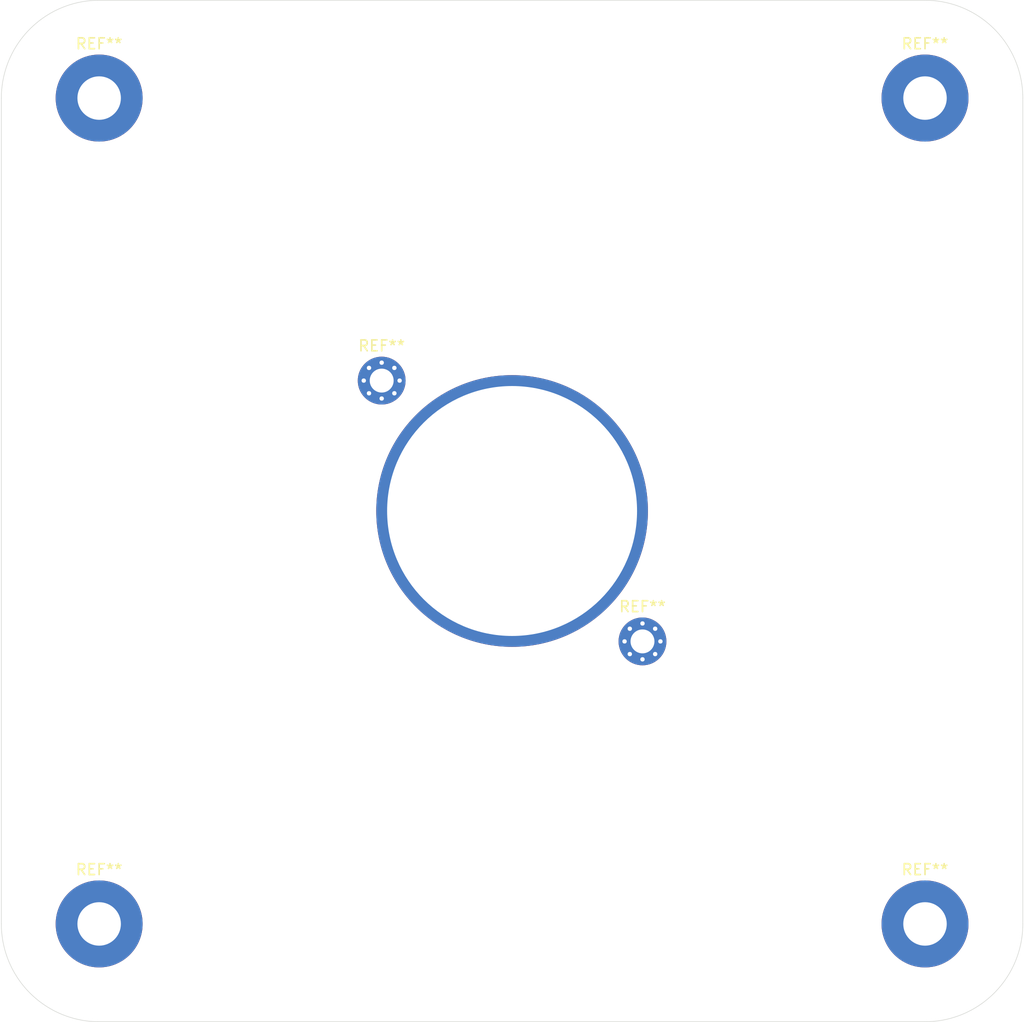
<source format=kicad_pcb>
(kicad_pcb (version 20171130) (host pcbnew 5.1.10)

  (general
    (thickness 1.6)
    (drawings 16)
    (tracks 0)
    (zones 0)
    (modules 7)
    (nets 1)
  )

  (page A4)
  (layers
    (0 F.Cu signal)
    (31 B.Cu signal)
    (32 B.Adhes user)
    (33 F.Adhes user)
    (34 B.Paste user)
    (35 F.Paste user)
    (36 B.SilkS user)
    (37 F.SilkS user)
    (38 B.Mask user)
    (39 F.Mask user)
    (40 Dwgs.User user)
    (41 Cmts.User user)
    (42 Eco1.User user)
    (43 Eco2.User user)
    (44 Edge.Cuts user)
    (45 Margin user)
    (46 B.CrtYd user)
    (47 F.CrtYd user)
    (48 B.Fab user)
    (49 F.Fab user)
  )

  (setup
    (last_trace_width 0.25)
    (trace_clearance 0.2)
    (zone_clearance 0.508)
    (zone_45_only no)
    (trace_min 0.2)
    (via_size 0.8)
    (via_drill 0.4)
    (via_min_size 0.4)
    (via_min_drill 0.3)
    (uvia_size 0.3)
    (uvia_drill 0.1)
    (uvias_allowed no)
    (uvia_min_size 0.2)
    (uvia_min_drill 0.1)
    (edge_width 0.05)
    (segment_width 0.2)
    (pcb_text_width 0.3)
    (pcb_text_size 1.5 1.5)
    (mod_edge_width 0.12)
    (mod_text_size 1 1)
    (mod_text_width 0.15)
    (pad_size 25 25)
    (pad_drill 23)
    (pad_to_mask_clearance 0)
    (aux_axis_origin 0 0)
    (visible_elements FFFFFF7F)
    (pcbplotparams
      (layerselection 0x010fc_ffffffff)
      (usegerberextensions false)
      (usegerberattributes true)
      (usegerberadvancedattributes true)
      (creategerberjobfile true)
      (excludeedgelayer true)
      (linewidth 0.100000)
      (plotframeref false)
      (viasonmask false)
      (mode 1)
      (useauxorigin false)
      (hpglpennumber 1)
      (hpglpenspeed 20)
      (hpglpendiameter 15.000000)
      (psnegative false)
      (psa4output false)
      (plotreference true)
      (plotvalue true)
      (plotinvisibletext false)
      (padsonsilk false)
      (subtractmaskfromsilk false)
      (outputformat 1)
      (mirror false)
      (drillshape 1)
      (scaleselection 1)
      (outputdirectory ""))
  )

  (net 0 "")

  (net_class Default "This is the default net class."
    (clearance 0.2)
    (trace_width 0.25)
    (via_dia 0.8)
    (via_drill 0.4)
    (uvia_dia 0.3)
    (uvia_drill 0.1)
  )

  (module MountingHole:MountingHole_2.2mm_M2_Pad_Via (layer F.Cu) (tedit 56DDB9C7) (tstamp 61679BFA)
    (at 140 104)
    (descr "Mounting Hole 2.2mm, M2")
    (tags "mounting hole 2.2mm m2")
    (attr virtual)
    (fp_text reference REF** (at 0 -3.2) (layer F.SilkS)
      (effects (font (size 1 1) (thickness 0.15)))
    )
    (fp_text value MountingHole_2.2mm_M2_Pad_Via (at 0 3.2) (layer F.Fab)
      (effects (font (size 1 1) (thickness 0.15)))
    )
    (fp_circle (center 0 0) (end 2.45 0) (layer F.CrtYd) (width 0.05))
    (fp_circle (center 0 0) (end 2.2 0) (layer Cmts.User) (width 0.15))
    (fp_text user %R (at 0.3 0) (layer F.Fab)
      (effects (font (size 1 1) (thickness 0.15)))
    )
    (pad 1 thru_hole circle (at 0 0) (size 4.4 4.4) (drill 2.2) (layers *.Cu *.Mask))
    (pad 1 thru_hole circle (at 1.65 0) (size 0.7 0.7) (drill 0.4) (layers *.Cu *.Mask))
    (pad 1 thru_hole circle (at 1.166726 1.166726) (size 0.7 0.7) (drill 0.4) (layers *.Cu *.Mask))
    (pad 1 thru_hole circle (at 0 1.65) (size 0.7 0.7) (drill 0.4) (layers *.Cu *.Mask))
    (pad 1 thru_hole circle (at -1.166726 1.166726) (size 0.7 0.7) (drill 0.4) (layers *.Cu *.Mask))
    (pad 1 thru_hole circle (at -1.65 0) (size 0.7 0.7) (drill 0.4) (layers *.Cu *.Mask))
    (pad 1 thru_hole circle (at -1.166726 -1.166726) (size 0.7 0.7) (drill 0.4) (layers *.Cu *.Mask))
    (pad 1 thru_hole circle (at 0 -1.65) (size 0.7 0.7) (drill 0.4) (layers *.Cu *.Mask))
    (pad 1 thru_hole circle (at 1.166726 -1.166726) (size 0.7 0.7) (drill 0.4) (layers *.Cu *.Mask))
  )

  (module MountingHole:MountingHole_2.2mm_M2_Pad_Via (layer F.Cu) (tedit 56DDB9C7) (tstamp 61679BF8)
    (at 116 80)
    (descr "Mounting Hole 2.2mm, M2")
    (tags "mounting hole 2.2mm m2")
    (attr virtual)
    (fp_text reference REF** (at 0 -3.2) (layer F.SilkS)
      (effects (font (size 1 1) (thickness 0.15)))
    )
    (fp_text value MountingHole_2.2mm_M2_Pad_Via (at 0 3.2) (layer F.Fab)
      (effects (font (size 1 1) (thickness 0.15)))
    )
    (fp_circle (center 0 0) (end 2.45 0) (layer F.CrtYd) (width 0.05))
    (fp_circle (center 0 0) (end 2.2 0) (layer Cmts.User) (width 0.15))
    (fp_text user %R (at 0.3 0) (layer F.Fab)
      (effects (font (size 1 1) (thickness 0.15)))
    )
    (pad 1 thru_hole circle (at 1.166726 -1.166726) (size 0.7 0.7) (drill 0.4) (layers *.Cu *.Mask))
    (pad 1 thru_hole circle (at 0 -1.65) (size 0.7 0.7) (drill 0.4) (layers *.Cu *.Mask))
    (pad 1 thru_hole circle (at -1.166726 -1.166726) (size 0.7 0.7) (drill 0.4) (layers *.Cu *.Mask))
    (pad 1 thru_hole circle (at -1.65 0) (size 0.7 0.7) (drill 0.4) (layers *.Cu *.Mask))
    (pad 1 thru_hole circle (at -1.166726 1.166726) (size 0.7 0.7) (drill 0.4) (layers *.Cu *.Mask))
    (pad 1 thru_hole circle (at 0 1.65) (size 0.7 0.7) (drill 0.4) (layers *.Cu *.Mask))
    (pad 1 thru_hole circle (at 1.166726 1.166726) (size 0.7 0.7) (drill 0.4) (layers *.Cu *.Mask))
    (pad 1 thru_hole circle (at 1.65 0) (size 0.7 0.7) (drill 0.4) (layers *.Cu *.Mask))
    (pad 1 thru_hole circle (at 0 0) (size 4.4 4.4) (drill 2.2) (layers *.Cu *.Mask))
  )

  (module MountingHole:MountingHole_4mm_Pad (layer F.Cu) (tedit 616749F9) (tstamp 616799FD)
    (at 128 92)
    (descr "Mounting Hole 4mm")
    (tags "mounting hole 4mm")
    (attr virtual)
    (fp_text reference REF** (at 0 -5) (layer F.SilkS)
      (effects (font (size 1 1) (thickness 0.15)))
    )
    (fp_text value MountingHole_4mm_Pad (at 0 5) (layer F.Fab)
      (effects (font (size 1 1) (thickness 0.15)))
    )
    (fp_circle (center 0 0) (end 4.25 0) (layer F.CrtYd) (width 0.05))
    (fp_circle (center 0 0) (end 4 0) (layer Cmts.User) (width 0.15))
    (fp_text user %R (at 0.3 0) (layer F.Fab)
      (effects (font (size 1 1) (thickness 0.15)))
    )
    (pad 1 thru_hole circle (at 0 0) (size 25 25) (drill 23) (layers *.Cu *.Mask))
  )

  (module MountingHole:MountingHole_4mm_Pad (layer F.Cu) (tedit 56D1B4CB) (tstamp 616799D5)
    (at 90 54)
    (descr "Mounting Hole 4mm")
    (tags "mounting hole 4mm")
    (attr virtual)
    (fp_text reference REF** (at 0 -5) (layer F.SilkS)
      (effects (font (size 1 1) (thickness 0.15)))
    )
    (fp_text value MountingHole_4mm_Pad (at 0 5) (layer F.Fab)
      (effects (font (size 1 1) (thickness 0.15)))
    )
    (fp_circle (center 0 0) (end 4.25 0) (layer F.CrtYd) (width 0.05))
    (fp_circle (center 0 0) (end 4 0) (layer Cmts.User) (width 0.15))
    (fp_text user %R (at 0.3 0) (layer F.Fab)
      (effects (font (size 1 1) (thickness 0.15)))
    )
    (pad 1 thru_hole circle (at 0 0) (size 8 8) (drill 4) (layers *.Cu *.Mask))
  )

  (module MountingHole:MountingHole_4mm_Pad (layer F.Cu) (tedit 56D1B4CB) (tstamp 616799D5)
    (at 166 54)
    (descr "Mounting Hole 4mm")
    (tags "mounting hole 4mm")
    (attr virtual)
    (fp_text reference REF** (at 0 -5) (layer F.SilkS)
      (effects (font (size 1 1) (thickness 0.15)))
    )
    (fp_text value MountingHole_4mm_Pad (at 0 5) (layer F.Fab)
      (effects (font (size 1 1) (thickness 0.15)))
    )
    (fp_circle (center 0 0) (end 4.25 0) (layer F.CrtYd) (width 0.05))
    (fp_circle (center 0 0) (end 4 0) (layer Cmts.User) (width 0.15))
    (fp_text user %R (at 0.3 0) (layer F.Fab)
      (effects (font (size 1 1) (thickness 0.15)))
    )
    (pad 1 thru_hole circle (at 0 0) (size 8 8) (drill 4) (layers *.Cu *.Mask))
  )

  (module MountingHole:MountingHole_4mm_Pad (layer F.Cu) (tedit 56D1B4CB) (tstamp 616799D5)
    (at 90 130)
    (descr "Mounting Hole 4mm")
    (tags "mounting hole 4mm")
    (attr virtual)
    (fp_text reference REF** (at 0 -5) (layer F.SilkS)
      (effects (font (size 1 1) (thickness 0.15)))
    )
    (fp_text value MountingHole_4mm_Pad (at 0 5) (layer F.Fab)
      (effects (font (size 1 1) (thickness 0.15)))
    )
    (fp_circle (center 0 0) (end 4.25 0) (layer F.CrtYd) (width 0.05))
    (fp_circle (center 0 0) (end 4 0) (layer Cmts.User) (width 0.15))
    (fp_text user %R (at 0.3 0) (layer F.Fab)
      (effects (font (size 1 1) (thickness 0.15)))
    )
    (pad 1 thru_hole circle (at 0 0) (size 8 8) (drill 4) (layers *.Cu *.Mask))
  )

  (module MountingHole:MountingHole_4mm_Pad (layer F.Cu) (tedit 56D1B4CB) (tstamp 616799D3)
    (at 166 130)
    (descr "Mounting Hole 4mm")
    (tags "mounting hole 4mm")
    (attr virtual)
    (fp_text reference REF** (at 0 -5) (layer F.SilkS)
      (effects (font (size 1 1) (thickness 0.15)))
    )
    (fp_text value MountingHole_4mm_Pad (at 0 5) (layer F.Fab)
      (effects (font (size 1 1) (thickness 0.15)))
    )
    (fp_circle (center 0 0) (end 4.25 0) (layer F.CrtYd) (width 0.05))
    (fp_circle (center 0 0) (end 4 0) (layer Cmts.User) (width 0.15))
    (fp_text user %R (at 0.3 0) (layer F.Fab)
      (effects (font (size 1 1) (thickness 0.15)))
    )
    (pad 1 thru_hole circle (at 0 0) (size 8 8) (drill 4) (layers *.Cu *.Mask))
  )

  (gr_line (start 81 54) (end 81 130) (layer Edge.Cuts) (width 0.05) (tstamp 616864A8))
  (gr_line (start 166 45) (end 90 45) (layer Edge.Cuts) (width 0.05) (tstamp 616864A3))
  (gr_line (start 175 130) (end 175 54) (layer Edge.Cuts) (width 0.05) (tstamp 6168649F))
  (gr_line (start 90 139) (end 166 139) (layer Edge.Cuts) (width 0.05) (tstamp 6168649A))
  (gr_arc (start 166 130) (end 166 139) (angle -90) (layer Edge.Cuts) (width 0.05))
  (gr_arc (start 90 130) (end 81 130) (angle -90) (layer Edge.Cuts) (width 0.05))
  (gr_arc (start 90 54) (end 90 45) (angle -90) (layer Edge.Cuts) (width 0.05))
  (gr_arc (start 166 54) (end 175 54) (angle -90) (layer Edge.Cuts) (width 0.05))
  (gr_circle (center 128 92) (end 170 92) (layer Dwgs.User) (width 0.15))
  (gr_circle (center 128 92) (end 129 47) (layer Dwgs.User) (width 0.15))
  (dimension 12 (width 0.15) (layer Dwgs.User)
    (gr_text "12.000 mm" (at 122 78.7) (layer Dwgs.User)
      (effects (font (size 1 1) (thickness 0.15)))
    )
    (feature1 (pts (xy 116 92) (xy 116 79.413579)))
    (feature2 (pts (xy 128 92) (xy 128 79.413579)))
    (crossbar (pts (xy 128 80) (xy 116 80)))
    (arrow1a (pts (xy 116 80) (xy 117.126504 79.413579)))
    (arrow1b (pts (xy 116 80) (xy 117.126504 80.586421)))
    (arrow2a (pts (xy 128 80) (xy 126.873496 79.413579)))
    (arrow2b (pts (xy 128 80) (xy 126.873496 80.586421)))
  )
  (dimension 9 (width 0.15) (layer Dwgs.User)
    (gr_text "9.000 mm" (at 123.5 81.7) (layer Dwgs.User)
      (effects (font (size 1 1) (thickness 0.15)))
    )
    (feature1 (pts (xy 119 92) (xy 119 82.413579)))
    (feature2 (pts (xy 128 92) (xy 128 82.413579)))
    (crossbar (pts (xy 128 83) (xy 119 83)))
    (arrow1a (pts (xy 119 83) (xy 120.126504 82.413579)))
    (arrow1b (pts (xy 119 83) (xy 120.126504 83.586421)))
    (arrow2a (pts (xy 128 83) (xy 126.873496 82.413579)))
    (arrow2b (pts (xy 128 83) (xy 126.873496 83.586421)))
  )
  (dimension 38 (width 0.15) (layer Dwgs.User)
    (gr_text "38.000 mm" (at 133.3 111 90) (layer Dwgs.User)
      (effects (font (size 1 1) (thickness 0.15)))
    )
    (feature1 (pts (xy 128 92) (xy 132.586421 92)))
    (feature2 (pts (xy 128 130) (xy 132.586421 130)))
    (crossbar (pts (xy 132 130) (xy 132 92)))
    (arrow1a (pts (xy 132 92) (xy 132.586421 93.126504)))
    (arrow1b (pts (xy 132 92) (xy 131.413579 93.126504)))
    (arrow2a (pts (xy 132 130) (xy 132.586421 128.873496)))
    (arrow2b (pts (xy 132 130) (xy 131.413579 128.873496)))
  )
  (dimension 38 (width 0.15) (layer Dwgs.User)
    (gr_text "38.000 mm" (at 109 117.7) (layer Dwgs.User)
      (effects (font (size 1 1) (thickness 0.15)))
    )
    (feature1 (pts (xy 128 130) (xy 128 118.413579)))
    (feature2 (pts (xy 90 130) (xy 90 118.413579)))
    (crossbar (pts (xy 90 119) (xy 128 119)))
    (arrow1a (pts (xy 128 119) (xy 126.873496 119.586421)))
    (arrow1b (pts (xy 128 119) (xy 126.873496 118.413579)))
    (arrow2a (pts (xy 90 119) (xy 91.126504 119.586421)))
    (arrow2b (pts (xy 90 119) (xy 91.126504 118.413579)))
  )
  (dimension 76 (width 0.15) (layer Dwgs.User)
    (gr_text "76.000 mm" (at 173.3 92 90) (layer Dwgs.User)
      (effects (font (size 1 1) (thickness 0.15)))
    )
    (feature1 (pts (xy 166 54) (xy 172.586421 54)))
    (feature2 (pts (xy 166 130) (xy 172.586421 130)))
    (crossbar (pts (xy 172 130) (xy 172 54)))
    (arrow1a (pts (xy 172 54) (xy 172.586421 55.126504)))
    (arrow1b (pts (xy 172 54) (xy 171.413579 55.126504)))
    (arrow2a (pts (xy 172 130) (xy 172.586421 128.873496)))
    (arrow2b (pts (xy 172 130) (xy 171.413579 128.873496)))
  )
  (dimension 76 (width 0.15) (layer Dwgs.User)
    (gr_text "76.000 mm" (at 128 138.3) (layer Dwgs.User)
      (effects (font (size 1 1) (thickness 0.15)))
    )
    (feature1 (pts (xy 166 130) (xy 166 137.586421)))
    (feature2 (pts (xy 90 130) (xy 90 137.586421)))
    (crossbar (pts (xy 90 137) (xy 166 137)))
    (arrow1a (pts (xy 166 137) (xy 164.873496 137.586421)))
    (arrow1b (pts (xy 166 137) (xy 164.873496 136.413579)))
    (arrow2a (pts (xy 90 137) (xy 91.126504 137.586421)))
    (arrow2b (pts (xy 90 137) (xy 91.126504 136.413579)))
  )

)

</source>
